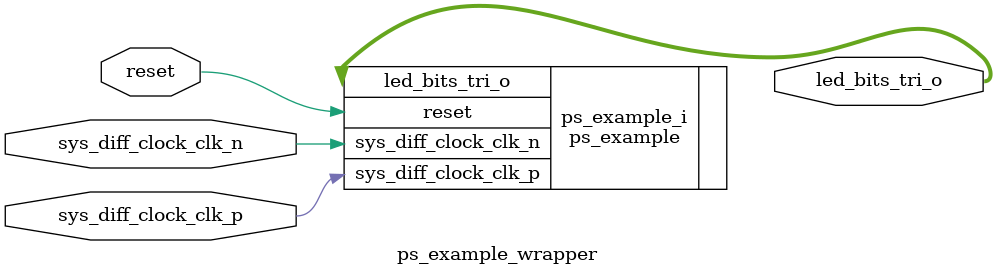
<source format=v>
`timescale 1 ps / 1 ps

module ps_example_wrapper
   (led_bits_tri_o,
    reset,
    sys_diff_clock_clk_n,
    sys_diff_clock_clk_p);
  output [4:0]led_bits_tri_o;
  input reset;
  input sys_diff_clock_clk_n;
  input sys_diff_clock_clk_p;

  wire [4:0]led_bits_tri_o;
  wire reset;
  wire sys_diff_clock_clk_n;
  wire sys_diff_clock_clk_p;

  ps_example ps_example_i
       (.led_bits_tri_o(led_bits_tri_o),
        .reset(reset),
        .sys_diff_clock_clk_n(sys_diff_clock_clk_n),
        .sys_diff_clock_clk_p(sys_diff_clock_clk_p));
endmodule

</source>
